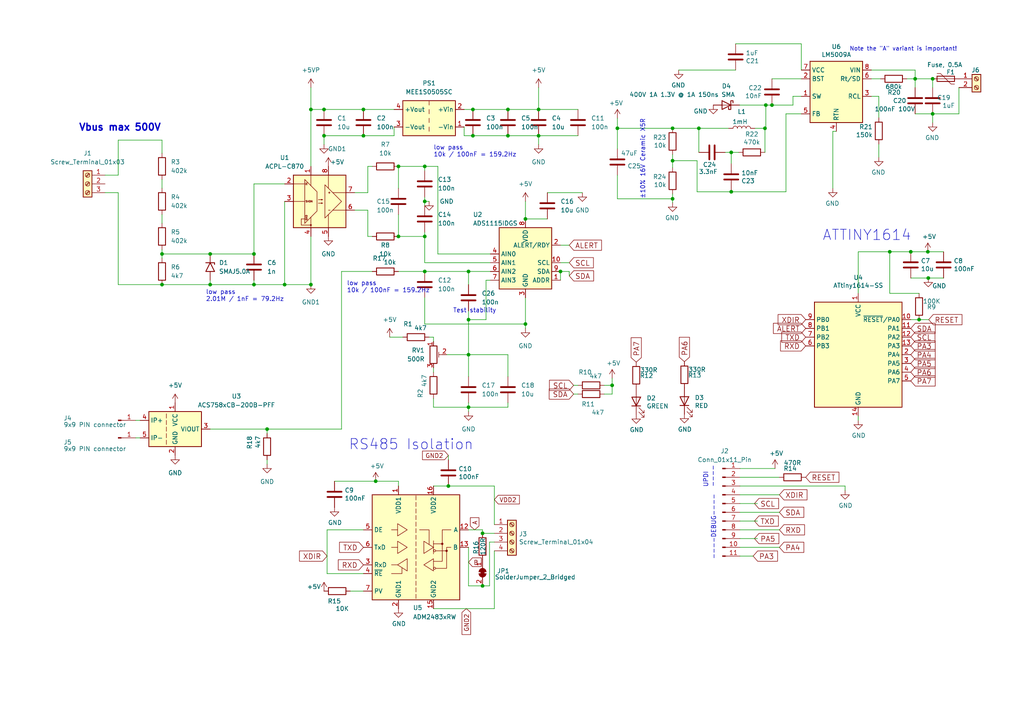
<source format=kicad_sch>
(kicad_sch (version 20231120) (generator "eeschema") (generator_version "8.0")
  (paper "A4")
  (junction (at 147.32 31.75))
  (junction (at 222.123 30.48))
  (junction (at 195.072 37.211))
  (junction (at 162.56 78.74))
  (junction (at 115.57 48.26))
  (junction (at 46.99 73.66))
  (junction (at 93.98 39.37))
  (junction (at 123.19 48.26))
  (junction (at 60.96 73.66))
  (junction (at 195.072 57.658))
  (junction (at 90.17 82.55))
  (junction (at 179.07 37.211))
  (junction (at 123.19 68.58))
  (junction (at 82.55 82.55))
  (junction (at 221.869 37.211))
  (junction (at 270.51 22.86))
  (junction (at 60.96 82.55))
  (junction (at 177.546 111.76))
  (junction (at 195.072 46.609))
  (junction (at 269.24 80.645))
  (junction (at 266.573 92.71))
  (junction (at 73.66 73.66))
  (junction (at 156.21 39.37))
  (junction (at 269.113 73.025))
  (junction (at 152.4 93.98))
  (junction (at 135.89 118.11))
  (junction (at 147.32 39.37))
  (junction (at 202.692 37.211))
  (junction (at 156.21 31.75))
  (junction (at 135.89 78.74))
  (junction (at 264.16 73.025))
  (junction (at 212.09 55.626))
  (junction (at 46.99 82.55))
  (junction (at 139.954 154.686))
  (junction (at 265.43 22.86))
  (junction (at 137.16 39.37))
  (junction (at 135.89 92.71))
  (junction (at 223.901 30.48))
  (junction (at 73.66 82.55))
  (junction (at 130.048 140.97))
  (junction (at 115.57 68.58))
  (junction (at 108.966 139.573))
  (junction (at 212.09 44.196))
  (junction (at 258.064 73.025))
  (junction (at 152.4 63.5))
  (junction (at 77.47 124.46))
  (junction (at 139.954 169.926))
  (junction (at 90.17 31.75))
  (junction (at 105.41 31.75))
  (junction (at 137.16 31.75))
  (junction (at 105.41 39.37))
  (junction (at 123.19 58.42))
  (junction (at 135.89 102.87))
  (junction (at 123.19 78.74))
  (junction (at 93.98 31.75))
  (junction (at 270.51 33.02))
  (wire (pts (xy 46.99 62.23) (xy 46.99 64.77)))
  (wire (pts (xy 135.89 90.17) (xy 135.89 92.71)))
  (wire (pts (xy 214.63 143.51) (xy 226.06 143.51)))
  (wire (pts (xy 135.89 116.84) (xy 135.89 118.11)))
  (wire (pts (xy 60.96 82.55) (xy 73.66 82.55)))
  (wire (pts (xy 73.66 81.28) (xy 73.66 82.55)))
  (wire (pts (xy 106.68 48.26) (xy 106.68 55.88)))
  (wire (pts (xy 82.55 58.42) (xy 82.55 82.55)))
  (wire (pts (xy 179.07 37.211) (xy 195.072 37.211)))
  (wire (pts (xy 130.048 140.97) (xy 143.383 140.97)))
  (wire (pts (xy 241.554 38.1) (xy 242.57 38.1)))
  (wire (pts (xy 252.73 20.32) (xy 265.43 20.32)))
  (wire (pts (xy 264.16 80.645) (xy 269.24 80.645)))
  (wire (pts (xy 156.21 31.75) (xy 167.64 31.75)))
  (wire (pts (xy 114.3 36.83) (xy 114.3 39.37)))
  (wire (pts (xy 278.13 25.4) (xy 278.13 33.02)))
  (wire (pts (xy 106.68 60.96) (xy 102.87 60.96)))
  (wire (pts (xy 152.4 58.42) (xy 152.4 63.5)))
  (wire (pts (xy 97.028 139.573) (xy 108.966 139.573)))
  (wire (pts (xy 162.56 76.2) (xy 165.1 76.2)))
  (wire (pts (xy 125.73 107.95) (xy 125.73 106.68)))
  (wire (pts (xy 269.113 73.025) (xy 264.16 73.025)))
  (wire (pts (xy 73.66 73.66) (xy 73.66 53.34)))
  (wire (pts (xy 105.41 153.67) (xy 94.869 153.67)))
  (wire (pts (xy 265.43 20.32) (xy 265.43 22.86)))
  (wire (pts (xy 105.41 39.37) (xy 93.98 39.37)))
  (wire (pts (xy 77.47 133.35) (xy 77.47 134.62)))
  (wire (pts (xy 39.37 127) (xy 40.64 127)))
  (wire (pts (xy 265.43 22.86) (xy 270.51 22.86)))
  (wire (pts (xy 143.383 140.97) (xy 143.383 152.146)))
  (wire (pts (xy 46.99 72.39) (xy 46.99 73.66)))
  (wire (pts (xy 221.869 37.211) (xy 218.948 37.211)))
  (wire (pts (xy 214.63 146.05) (xy 219.71 146.05)))
  (wire (pts (xy 202.184 55.626) (xy 202.184 46.609)))
  (wire (pts (xy 127 48.26) (xy 127 73.66)))
  (wire (pts (xy 212.09 44.196) (xy 210.312 44.196)))
  (wire (pts (xy 245.11 142.24) (xy 245.11 140.97)))
  (wire (pts (xy 147.32 102.87) (xy 147.32 109.22)))
  (wire (pts (xy 46.99 52.07) (xy 46.99 54.61)))
  (wire (pts (xy 82.55 82.55) (xy 90.17 82.55)))
  (wire (pts (xy 162.56 78.74) (xy 162.56 81.28)))
  (wire (pts (xy 232.41 22.86) (xy 223.901 22.86)))
  (wire (pts (xy 135.89 153.67) (xy 139.954 153.67)))
  (wire (pts (xy 179.07 50.8) (xy 179.07 57.658)))
  (wire (pts (xy 127 73.66) (xy 142.24 73.66)))
  (wire (pts (xy 232.41 12.7) (xy 232.41 20.32)))
  (wire (pts (xy 90.17 82.55) (xy 90.17 68.58)))
  (wire (pts (xy 106.68 55.88) (xy 102.87 55.88)))
  (wire (pts (xy 123.19 67.31) (xy 123.19 68.58)))
  (wire (pts (xy 115.57 62.23) (xy 115.57 68.58)))
  (wire (pts (xy 90.17 25.4) (xy 90.17 31.75)))
  (wire (pts (xy 152.4 93.98) (xy 152.4 95.25)))
  (wire (pts (xy 202.692 37.211) (xy 202.692 44.196)))
  (wire (pts (xy 113.03 97.79) (xy 116.84 97.79)))
  (wire (pts (xy 222.123 30.48) (xy 223.901 30.48)))
  (wire (pts (xy 269.24 80.645) (xy 273.685 80.645)))
  (wire (pts (xy 115.57 48.26) (xy 123.19 48.26)))
  (wire (pts (xy 134.62 31.75) (xy 137.16 31.75)))
  (wire (pts (xy 214.63 148.59) (xy 226.06 148.59)))
  (wire (pts (xy 134.62 36.83) (xy 134.62 39.37)))
  (wire (pts (xy 123.19 49.53) (xy 123.19 48.26)))
  (wire (pts (xy 115.57 139.573) (xy 115.57 140.97)))
  (wire (pts (xy 90.17 31.75) (xy 90.17 48.26)))
  (wire (pts (xy 60.96 73.66) (xy 73.66 73.66)))
  (wire (pts (xy 135.89 118.11) (xy 135.89 119.38)))
  (wire (pts (xy 140.97 81.28) (xy 142.24 81.28)))
  (wire (pts (xy 158.75 55.88) (xy 168.91 55.88)))
  (wire (pts (xy 212.09 55.626) (xy 212.09 55.118)))
  (wire (pts (xy 179.07 57.658) (xy 195.072 57.658)))
  (wire (pts (xy 129.54 102.87) (xy 135.89 102.87)))
  (wire (pts (xy 141.986 169.926) (xy 141.986 157.226)))
  (wire (pts (xy 211.328 37.211) (xy 202.692 37.211)))
  (wire (pts (xy 248.92 73.025) (xy 258.064 73.025)))
  (wire (pts (xy 143.383 159.766) (xy 143.383 176.53)))
  (wire (pts (xy 93.98 39.37) (xy 93.98 41.91)))
  (wire (pts (xy 73.66 82.55) (xy 82.55 82.55)))
  (wire (pts (xy 73.66 53.34) (xy 82.55 53.34)))
  (wire (pts (xy 195.072 56.261) (xy 195.072 57.658)))
  (wire (pts (xy 123.19 57.15) (xy 123.19 58.42)))
  (wire (pts (xy 214.63 135.89) (xy 224.79 135.89)))
  (wire (pts (xy 137.16 31.75) (xy 147.32 31.75)))
  (wire (pts (xy 135.89 169.926) (xy 139.954 169.926)))
  (wire (pts (xy 166.37 111.76) (xy 167.64 111.76)))
  (wire (pts (xy 106.68 48.26) (xy 107.95 48.26)))
  (wire (pts (xy 273.685 73.025) (xy 269.113 73.025)))
  (wire (pts (xy 90.17 31.75) (xy 93.98 31.75)))
  (wire (pts (xy 123.19 58.42) (xy 124.46 58.42)))
  (wire (pts (xy 202.184 46.609) (xy 195.072 46.609)))
  (wire (pts (xy 195.072 37.211) (xy 202.692 37.211)))
  (wire (pts (xy 222.123 30.48) (xy 222.123 37.211)))
  (wire (pts (xy 179.07 34.29) (xy 179.07 37.211)))
  (wire (pts (xy 147.32 39.37) (xy 156.21 39.37)))
  (wire (pts (xy 214.63 153.67) (xy 226.06 153.67)))
  (wire (pts (xy 270.51 25.4) (xy 270.51 22.86)))
  (wire (pts (xy 229.997 30.48) (xy 223.901 30.48)))
  (wire (pts (xy 165.1 78.74) (xy 165.1 80.01)))
  (wire (pts (xy 227.965 55.626) (xy 212.09 55.626)))
  (wire (pts (xy 46.99 73.66) (xy 46.99 74.93)))
  (wire (pts (xy 214.63 151.13) (xy 219.71 151.13)))
  (wire (pts (xy 248.92 73.025) (xy 248.92 85.09)))
  (wire (pts (xy 123.19 93.98) (xy 152.4 93.98)))
  (wire (pts (xy 167.64 114.3) (xy 166.37 114.3)))
  (wire (pts (xy 34.29 55.88) (xy 34.29 82.55)))
  (wire (pts (xy 137.16 39.37) (xy 147.32 39.37)))
  (wire (pts (xy 106.68 68.58) (xy 107.95 68.58)))
  (wire (pts (xy 214.63 161.29) (xy 218.44 161.29)))
  (wire (pts (xy 229.997 27.94) (xy 229.997 30.48)))
  (wire (pts (xy 156.21 39.37) (xy 167.64 39.37)))
  (wire (pts (xy 135.89 102.87) (xy 135.89 92.71)))
  (wire (pts (xy 123.19 78.74) (xy 135.89 78.74)))
  (wire (pts (xy 147.32 118.11) (xy 135.89 118.11)))
  (wire (pts (xy 177.546 111.76) (xy 177.546 109.728)))
  (wire (pts (xy 139.954 154.686) (xy 143.383 154.686)))
  (wire (pts (xy 156.21 31.75) (xy 156.21 25.4)))
  (wire (pts (xy 94.869 153.67) (xy 94.869 166.37)))
  (wire (pts (xy 258.064 73.025) (xy 264.16 73.025)))
  (wire (pts (xy 125.73 97.79) (xy 125.73 99.06)))
  (wire (pts (xy 99.06 124.46) (xy 77.47 124.46)))
  (wire (pts (xy 254.889 41.783) (xy 254.889 45.593)))
  (wire (pts (xy 34.29 40.64) (xy 46.99 40.64)))
  (wire (pts (xy 195.072 57.658) (xy 195.072 58.801)))
  (wire (pts (xy 34.29 40.64) (xy 34.29 50.8)))
  (wire (pts (xy 46.99 82.55) (xy 34.29 82.55)))
  (wire (pts (xy 115.57 48.26) (xy 115.57 54.61)))
  (wire (pts (xy 99.06 78.74) (xy 99.06 124.46)))
  (wire (pts (xy 152.4 86.36) (xy 152.4 93.98)))
  (wire (pts (xy 214.249 44.196) (xy 212.09 44.196)))
  (wire (pts (xy 123.19 58.42) (xy 123.19 59.69)))
  (wire (pts (xy 105.41 39.37) (xy 114.3 39.37)))
  (wire (pts (xy 248.92 121.92) (xy 248.92 120.65)))
  (wire (pts (xy 123.19 86.36) (xy 123.19 93.98)))
  (wire (pts (xy 135.89 92.71) (xy 140.97 92.71)))
  (wire (pts (xy 139.954 153.67) (xy 139.954 154.686)))
  (wire (pts (xy 135.89 78.74) (xy 142.24 78.74)))
  (wire (pts (xy 125.73 140.97) (xy 130.048 140.97)))
  (wire (pts (xy 125.73 118.11) (xy 135.89 118.11)))
  (wire (pts (xy 265.43 33.02) (xy 270.51 33.02)))
  (wire (pts (xy 46.99 73.66) (xy 60.96 73.66)))
  (wire (pts (xy 195.072 46.609) (xy 195.072 48.641)))
  (wire (pts (xy 212.09 55.626) (xy 202.184 55.626)))
  (wire (pts (xy 270.51 35.56) (xy 270.51 33.02)))
  (wire (pts (xy 175.26 114.3) (xy 177.546 114.3)))
  (wire (pts (xy 162.56 78.74) (xy 165.1 78.74)))
  (wire (pts (xy 195.072 44.831) (xy 195.072 46.609)))
  (wire (pts (xy 214.503 30.48) (xy 222.123 30.48)))
  (wire (pts (xy 77.47 124.46) (xy 77.47 125.73)))
  (wire (pts (xy 135.89 102.87) (xy 147.32 102.87)))
  (wire (pts (xy 162.56 71.12) (xy 165.1 71.12)))
  (wire (pts (xy 115.57 68.58) (xy 123.19 68.58)))
  (wire (pts (xy 139.954 169.926) (xy 141.986 169.926)))
  (wire (pts (xy 46.99 40.64) (xy 46.99 44.45)))
  (wire (pts (xy 101.6 171.45) (xy 105.41 171.45)))
  (wire (pts (xy 135.89 102.87) (xy 135.89 109.22)))
  (wire (pts (xy 265.43 25.4) (xy 265.43 22.86)))
  (wire (pts (xy 227.965 33.02) (xy 227.965 55.626)))
  (wire (pts (xy 135.89 158.75) (xy 135.89 169.926)))
  (wire (pts (xy 141.986 157.226) (xy 143.383 157.226)))
  (wire (pts (xy 152.4 63.5) (xy 158.75 63.5)))
  (wire (pts (xy 214.63 140.97) (xy 245.11 140.97)))
  (wire (pts (xy 107.95 78.74) (xy 99.06 78.74)))
  (wire (pts (xy 214.63 138.43) (xy 226.06 138.43)))
  (wire (pts (xy 214.63 158.75) (xy 226.06 158.75)))
  (wire (pts (xy 254.889 27.94) (xy 254.889 34.163)))
  (wire (pts (xy 123.19 48.26) (xy 127 48.26)))
  (wire (pts (xy 278.13 33.02) (xy 270.51 33.02)))
  (wire (pts (xy 177.546 114.3) (xy 177.546 111.76)))
  (wire (pts (xy 123.19 68.58) (xy 123.19 76.2)))
  (wire (pts (xy 241.554 54.61) (xy 241.554 38.1)))
  (wire (pts (xy 143.383 176.53) (xy 125.73 176.53)))
  (wire (pts (xy 30.48 50.8) (xy 34.29 50.8)))
  (wire (pts (xy 147.32 31.75) (xy 156.21 31.75)))
  (wire (pts (xy 94.869 166.37) (xy 105.41 166.37)))
  (wire (pts (xy 266.573 92.71) (xy 269.367 92.71)))
  (wire (pts (xy 264.16 92.71) (xy 266.573 92.71)))
  (wire (pts (xy 108.966 139.573) (xy 115.57 139.573)))
  (wire (pts (xy 125.73 115.57) (xy 125.73 118.11)))
  (wire (pts (xy 232.41 27.94) (xy 229.997 27.94)))
  (wire (pts (xy 196.85 20.32) (xy 213.36 20.32)))
  (wire (pts (xy 123.19 76.2) (xy 142.24 76.2)))
  (wire (pts (xy 175.26 111.76) (xy 177.546 111.76)))
  (wire (pts (xy 46.99 82.55) (xy 60.96 82.55)))
  (wire (pts (xy 222.123 37.211) (xy 221.869 37.211)))
  (wire (pts (xy 212.09 47.498) (xy 212.09 44.196)))
  (wire (pts (xy 60.96 81.28) (xy 60.96 82.55)))
  (wire (pts (xy 214.63 156.21) (xy 219.71 156.21)))
  (wire (pts (xy 30.48 55.88) (xy 34.29 55.88)))
  (wire (pts (xy 124.46 97.79) (xy 125.73 97.79)))
  (wire (pts (xy 213.36 12.7) (xy 232.41 12.7)))
  (wire (pts (xy 221.869 44.196) (xy 221.869 37.211)))
  (wire (pts (xy 258.064 85.09) (xy 266.573 85.09)))
  (wire (pts (xy 130.048 132.08) (xy 130.048 133.35)))
  (wire (pts (xy 255.397 22.86) (xy 252.73 22.86)))
  (wire (pts (xy 77.47 124.46) (xy 60.96 124.46)))
  (wire (pts (xy 179.07 43.18) (xy 179.07 37.211)))
  (wire (pts (xy 258.064 73.025) (xy 258.064 85.09)))
  (wire (pts (xy 147.32 116.84) (xy 147.32 118.11)))
  (wire (pts (xy 105.41 31.75) (xy 114.3 31.75)))
  (wire (pts (xy 135.89 78.74) (xy 135.89 82.55)))
  (wire (pts (xy 115.57 78.74) (xy 123.19 78.74)))
  (wire (pts (xy 93.98 31.75) (xy 105.41 31.75)))
  (wire (pts (xy 252.73 27.94) (xy 254.889 27.94)))
  (wire (pts (xy 156.21 39.37) (xy 156.21 41.91)))
  (wire (pts (xy 106.68 68.58) (xy 106.68 60.96)))
  (wire (pts (xy 39.37 121.92) (xy 40.64 121.92)))
  (wire (pts (xy 134.62 39.37) (xy 137.16 39.37)))
  (wire (pts (xy 232.41 33.02) (xy 227.965 33.02)))
  (wire (pts (xy 265.43 22.86) (xy 263.017 22.86)))
  (wire (pts (xy 140.97 92.71) (xy 140.97 81.28)))
  (text "Test stability" (at 137.668 90.17 0) (effects (font (size 1.27 1.27))))
  (text "low pass\n10k / 100nF = 159.2Hz" (at 125.73 45.72 0) (effects (font (size 1.27 1.27)) (justify left bottom)))
  (text "Vbus max 500V" (at 34.798 37.084 0) (effects (font (size 2 2) (thickness 0.4) (bold yes))))
  (text "RS485 Isolation" (at 101.092 130.81 0) (effects (font (size 2.9972 2.9972)) (justify left bottom)))
  (text "----DEBUG----" (at 207.01 152.908 90) (effects (font (size 1.27 1.27))))
  (text "±10% 16V Ceramic X5R" (at 187.198 57.912 90) (effects (font (size 1.27 1.27)) (justify left bottom)))
  (text "ATTINY1614" (at 238.506 70.104 0) (effects (font (size 2.9972 2.9972)) (justify left bottom)))
  (text "low pass\n10k / 100nF = 159.2Hz" (at 100.584 85.09 0) (effects (font (size 1.27 1.27)) (justify left bottom)))
  (text "UPDI\n----" (at 207.518 141.478 90) (effects (font (size 1.27 1.27)) (justify left bottom)))
  (text "low pass\n2.01M / 1nF = 79.2Hz" (at 59.69 87.63 0) (effects (font (size 1.27 1.27)) (justify left bottom)))
  (text "Note the \"A\" variant is important!" (at 277.622 14.986 0) (effects (font (size 1.1938 1.1938)) (justify right bottom)))
  (global_label "A" (shape input) (at 137.668 153.67 90) (property "Intersheetrefs" "${INTERSHEET_REFS}" (effects (hide yes))))
  (global_label "GND2" (shape input) (at 135.255 176.53 270) (property "Intersheetrefs" "${INTERSHEET_REFS}" (effects (hide yes))))
  (global_label "PA3" (shape input) (at 218.44 161.29 0) (effects (font (size 1.4986 1.4986))) (property "Intersheetrefs" "${INTERSHEET_REFS}" (effects (hide yes))))
  (global_label "PA5" (shape input) (at 218.821 156.21 0) (effects (font (size 1.4986 1.4986))) (property "Intersheetrefs" "${INTERSHEET_REFS}" (effects (hide yes))))
  (global_label "PA5" (shape input) (at 264.16 105.41 0) (effects (font (size 1.4986 1.4986))) (property "Intersheetrefs" "${INTERSHEET_REFS}" (effects (hide yes))))
  (global_label "RXD" (shape input) (at 233.68 100.33 180) (effects (font (size 1.4986 1.4986))) (property "Intersheetrefs" "${INTERSHEET_REFS}" (effects (hide yes))))
  (global_label "TXD" (shape input) (at 233.68 97.79 180) (effects (font (size 1.4986 1.4986))) (property "Intersheetrefs" "${INTERSHEET_REFS}" (effects (hide yes))))
  (global_label "XDIR" (shape input) (at 233.68 92.71 180) (effects (font (size 1.4986 1.4986))) (property "Intersheetrefs" "${INTERSHEET_REFS}" (effects (hide yes))))
  (global_label "RESET" (shape input) (at 269.367 92.71 0) (effects (font (size 1.4986 1.4986))) (property "Intersheetrefs" "${INTERSHEET_REFS}" (effects (hide yes))))
  (global_label "SCL" (shape input) (at 166.37 111.76 180) (effects (font (size 1.4986 1.4986))) (property "Intersheetrefs" "${INTERSHEET_REFS}" (effects (hide yes))))
  (global_label "B" (shape input) (at 135.89 163.068 0) (property "Intersheetrefs" "${INTERSHEET_REFS}" (effects (hide yes))))
  (global_label "PA6" (shape input) (at 198.501 104.902 90) (effects (font (size 1.4986 1.4986))) (property "Intersheetrefs" "${INTERSHEET_REFS}" (effects (hide yes))))
  (global_label "PA7" (shape input) (at 264.16 110.49 0) (effects (font (size 1.4986 1.4986))) (property "Intersheetrefs" "${INTERSHEET_REFS}" (effects (hide yes))))
  (global_label "TXD" (shape input) (at 218.821 151.13 0) (effects (font (size 1.4986 1.4986))) (property "Intersheetrefs" "${INTERSHEET_REFS}" (effects (hide yes))))
  (global_label "PA4" (shape input) (at 264.16 102.87 0) (effects (font (size 1.4986 1.4986))) (property "Intersheetrefs" "${INTERSHEET_REFS}" (effects (hide yes))))
  (global_label "PA7" (shape input) (at 184.531 105.029 90) (effects (font (size 1.4986 1.4986))) (property "Intersheetrefs" "${INTERSHEET_REFS}" (effects (hide yes))))
  (global_label "XDIR" (shape input) (at 226.06 143.51 0) (effects (font (size 1.4986 1.4986))) (property "Intersheetrefs" "${INTERSHEET_REFS}" (effects (hide yes))))
  (global_label "SCL" (shape input) (at 264.16 97.79 0) (effects (font (size 1.4986 1.4986))) (property "Intersheetrefs" "${INTERSHEET_REFS}" (effects (hide yes))))
  (global_label "RXD" (shape input) (at 226.06 153.67 0) (effects (font (size 1.4986 1.4986))) (property "Intersheetrefs" "${INTERSHEET_REFS}" (effects (hide yes))))
  (global_label "PA4" (shape input) (at 226.06 158.75 0) (effects (font (size 1.4986 1.4986))) (property "Intersheetrefs" "${INTERSHEET_REFS}" (effects (hide yes))))
  (global_label "VDD2" (shape input) (at 143.383 144.907 0) (property "Intersheetrefs" "${INTERSHEET_REFS}" (effects (hide yes))))
  (global_label "SCL" (shape input) (at 165.1 76.2 0) (effects (font (size 1.4986 1.4986))) (property "Intersheetrefs" "${INTERSHEET_REFS}" (effects (hide yes))))
  (global_label "PA3" (shape input) (at 264.16 100.33 0) (effects (font (size 1.4986 1.4986))) (property "Intersheetrefs" "${INTERSHEET_REFS}" (effects (hide yes))))
  (global_label "SDA" (shape input) (at 264.16 95.25 0) (effects (font (size 1.4986 1.4986))) (property "Intersheetrefs" "${INTERSHEET_REFS}" (effects (hide yes))))
  (global_label "GND2" (shape input) (at 130.048 132.08 180) (property "Intersheetrefs" "${INTERSHEET_REFS}" (effects (hide yes))))
  (global_label "XDIR" (shape input) (at 94.869 161.29 180) (effects (font (size 1.4986 1.4986))) (property "Intersheetrefs" "${INTERSHEET_REFS}" (effects (hide yes))))
  (global_label "SCL" (shape input) (at 218.821 146.05 0) (effects (font (size 1.4986 1.4986))) (property "Intersheetrefs" "${INTERSHEET_REFS}" (effects (hide yes))))
  (global_label "RXD" (shape input) (at 105.41 163.83 180) (effects (font (size 1.4986 1.4986))) (property "Intersheetrefs" "${INTERSHEET_REFS}" (effects (hide yes))))
  (global_label "RESET" (shape input) (at 233.68 138.43 0) (effects (font (size 1.4986 1.4986))) (property "Intersheetrefs" "${INTERSHEET_REFS}" (effects (hide yes))))
  (global_label "ALERT" (shape input) (at 233.68 95.25 180) (effects (font (size 1.4986 1.4986))) (property "Intersheetrefs" "${INTERSHEET_REFS}" (effects (hide yes))))
  (global_label "PA6" (shape input) (at 264.16 107.95 0) (effects (font (size 1.4986 1.4986))) (property "Intersheetrefs" "${INTERSHEET_REFS}" (effects (hide yes))))
  (global_label "ALERT" (shape input) (at 165.1 71.12 0) (effects (font (size 1.4986 1.4986))) (property "Intersheetrefs" "${INTERSHEET_REFS}" (effects (hide yes))))
  (global_label "SDA" (shape input) (at 166.37 114.3 180) (effects (font (size 1.4986 1.4986))) (property "Intersheetrefs" "${INTERSHEET_REFS}" (effects (hide yes))))
  (global_label "TXD" (shape input) (at 105.41 158.75 180) (effects (font (size 1.4986 1.4986))) (property "Intersheetrefs" "${INTERSHEET_REFS}" (effects (hide yes))))
  (global_label "SDA" (shape input) (at 226.06 148.59 0) (effects (font (size 1.4986 1.4986))) (property "Intersheetrefs" "${INTERSHEET_REFS}" (effects (hide yes))))
  (global_label "SDA" (shape input) (at 165.1 80.01 0) (effects (font (size 1.4986 1.4986))) (property "Intersheetrefs" "${INTERSHEET_REFS}" (effects (hide yes))))
  (symbol (lib_id "CurrentShuntCircuit-rescue:GND-power") (at 241.554 54.61 0) (mirror y) (unit 1)
    (property "Reference" "#PWR033" (effects (hide yes)))
    (property "Value" "GND" (at 241.427 59.0042 0))
  )
  (symbol (lib_id "Device:C") (at 273.685 76.835 0) (unit 1)
    (property "Reference" "C8" (at 276.606 75.6666 0) (effects (justify left)))
    (property "Value" "100nF" (at 276.606 77.978 0) (effects (justify left)))
    (property "Footprint" "Capacitor_SMD:C_0805_2012Metric" (effects (hide yes)))
    (property "LCSCStockCode" "C49678" (effects (hide yes)))
    (property "PartNumber" "CC0805KRX7R9BB104" (effects (hide yes)))
  )
  (symbol (lib_id "Device:C") (at 105.41 35.56 0) (unit 1)
    (property "Reference" "C2" (at 109.22 34.29 0) (effects (justify left)))
    (property "Value" "100n" (at 109.22 36.83 0) (effects (justify left)))
    (property "Footprint" "Capacitor_SMD:C_0805_2012Metric" (effects (hide yes)))
    (property "LCSCStockCode" "C49678 " (effects (hide yes)))
    (property "PartNumber" "CC0805KRX7R9BB104" (effects (hide yes)))
  )
  (symbol (lib_id "CurrentShuntLib:LM5009A") (at 242.57 25.4 0) (mirror y) (unit 1)
    (property "Reference" "U6" (at 242.57 13.5382 0))
    (property "Value" "LM5009A" (at 242.57 15.8496 0))
    (property "Footprint" "Package_SO:MSOP-8_3x3mm_P0.65mm" (effects (hide yes)))
    (property "Datasheet" "https://www.ti.com/lit/ds/symlink/lm5009a.pdf" (effects (hide yes)))
    (property "PartNumber" "LM5009AMMX/NOPB" (effects (hide yes)))
    (property "LCSCStockCode" "C477978" (effects (hide yes)))
  )
  (symbol (lib_id "Device:R") (at 139.954 158.496 180) (unit 1)
    (property "Reference" "R16" (at 138.049 156.845 90) (effects (justify left)))
    (property "Value" "120R" (at 140.081 155.956 90) (effects (justify left)))
    (property "Footprint" "Resistor_SMD:R_0805_2012Metric" (effects (hide yes)))
    (property "LCSCStockCode" "C17437" (effects (hide yes)))
    (property "PartNumber" "0805W8F1200T5E" (effects (hide yes)))
  )
  (symbol (lib_id "Device:C") (at 123.19 82.55 0) (unit 1)
    (property "Reference" "C12" (at 127 81.28 0) (effects (justify left)))
    (property "Value" "100n" (at 127 83.82 0) (effects (justify left)))
    (property "Footprint" "Capacitor_SMD:C_0805_2012Metric" (effects (hide yes)))
    (property "LCSCStockCode" "C49678 " (effects (hide yes)))
    (property "PartNumber" " CC0805KRX7R9BB104" (effects (hide yes)))
  )
  (symbol (lib_id "Isolator_Analog:ACPL-C870") (at 92.71 58.42 0) (unit 1)
    (property "Reference" "U1" (at 82.55 45.72 0))
    (property "Value" "ACPL-C870" (at 82.55 48.26 0))
    (property "Footprint" "Package_SO:SSO-8_6.8x5.9mm_P1.27mm_Clearance8mm" (effects (hide yes)))
    (property "Datasheet" "www.avagotech.com/docs/AV02-3563EN" (effects (hide yes)))
    (property "LCSCStockCode" "C1346335" (effects (hide yes)))
    (property "PartNumber" "ACPL-C870-000E" (effects (hide yes)))
  )
  (symbol (lib_id "Device:C") (at 270.51 29.21 0) (mirror y) (unit 1)
    (property "Reference" "C19" (at 275.717 28.321 0) (effects (justify left)))
    (property "Value" "1uF" (at 276.987 30.607 0) (effects (justify left)))
    (property "Footprint" "Capacitor_SMD:C_1206_3216Metric" (effects (hide yes)))
    (property "Datasheet" "https://datasheet.lcsc.com/szlcsc/Samsung-Electro-Mechanics-CL31B105KCHNNNE_C13832.pdf" (effects (hide yes)))
    (property "PartNumber" "CL31B105KCHNNNE" (effects (hide yes)))
    (property "LCSCStockCode" "C13832" (effects (hide yes)))
  )
  (symbol (lib_id "Device:R") (at 111.76 68.58 90) (unit 1)
    (property "Reference" "R8" (at 111.76 71.12 90))
    (property "Value" "10k" (at 111.76 73.66 90))
    (property "Footprint" "Resistor_SMD:R_0805_2012Metric" (effects (hide yes)))
    (property "LCSCStockCode" "C17414" (effects (hide yes)))
    (property "PartNumber" "0805W8F1002T5E" (effects (hide yes)))
  )
  (symbol (lib_id "power:GND") (at 135.89 119.38 0) (unit 1)
    (property "Reference" "#PWR027" (effects (hide yes)))
    (property "Value" "GND" (at 135.89 124.46 0))
  )
  (symbol (lib_id "MCU_Microchip_ATtiny:ATtiny1614-SS") (at 248.92 102.87 0) (unit 1)
    (property "Reference" "U4" (at 248.92 80.4926 0))
    (property "Value" "ATtiny1614-SS" (at 248.92 82.804 0))
    (property "Footprint" "Package_SO:SOIC-14_3.9x8.7mm_P1.27mm" (effects (hide yes)))
    (property "Datasheet" "http://ww1.microchip.com/downloads/en/DeviceDoc/ATtiny1614-data-sheet-40001995A.pdf" (effects (hide yes)))
    (property "PartNumber" "ATTINY1614-SSNR" (effects (hide yes)))
    (property "LCSCStockCode" "C481364" (effects (hide yes)))
  )
  (symbol (lib_id "power:GND1") (at 90.17 82.55 0) (unit 1)
    (property "Reference" "#PWR01" (effects (hide yes)))
    (property "Value" "GND1" (at 90.17 87.63 0))
  )
  (symbol (lib_id "power:GND") (at 50.8 132.08 0) (unit 1)
    (property "Reference" "#PWR024" (effects (hide yes)))
    (property "Value" "GND" (at 50.8 137.16 0))
  )
  (symbol (lib_id "power:GND") (at 95.25 68.58 0) (unit 1)
    (property "Reference" "#PWR09" (effects (hide yes)))
    (property "Value" "GND" (at 95.25 73.66 0))
  )
  (symbol (lib_id "Device:R") (at 266.573 88.9 180) (unit 1)
    (property "Reference" "R9" (at 271.526 89.027 0) (effects (justify left)))
    (property "Value" "100K" (at 272.796 87.376 0) (effects (justify left)))
    (property "Footprint" "Resistor_SMD:R_0805_2012Metric" (effects (hide yes)))
    (property "LCSCStockCode" "C103905" (effects (hide yes)))
  )
  (symbol (lib_id "Converter_DCDC:MEE1S0505SC") (at 124.46 34.29 0) (mirror y) (unit 1)
    (property "Reference" "PS1" (at 124.46 24.13 0))
    (property "Value" "MEE1S0505SC" (at 124.46 26.67 0))
    (property "Footprint" "Converter_DCDC:Converter_DCDC_Murata_MEE1SxxxxSC_THT" (effects (hide yes)))
    (property "Datasheet" "https://power.murata.com/pub/data/power/ncl/kdc_mee1.pdf" (effects (hide yes)))
    (property "LCSCStockCode" "C5183119" (effects (hide yes)))
  )
  (symbol (lib_id "Device:C") (at 130.048 137.16 0) (unit 1)
    (property "Reference" "C10" (at 132.969 135.9916 0) (effects (justify left)))
    (property "Value" "100nF" (at 132.969 138.303 0) (effects (justify left)))
    (property "Footprint" "Capacitor_SMD:C_0805_2012Metric" (effects (hide yes)))
    (property "LCSCStockCode" "C49678" (effects (hide yes)))
    (property "PartNumber" "CC0805KRX7R9BB104" (effects (hide yes)))
  )
  (symbol (lib_id "Device:C") (at 123.19 63.5 180) (unit 1)
    (property "Reference" "C14" (at 127 62.23 0) (effects (justify right)))
    (property "Value" "100n" (at 127 64.77 0) (effects (justify right)))
    (property "Footprint" "Capacitor_SMD:C_0805_2012Metric" (effects (hide yes)))
    (property "LCSCStockCode" "C49678 " (effects (hide yes)))
    (property "PartNumber" "CC0805KRX7R9BB104" (effects (hide yes)))
  )
  (symbol (lib_id "power:+5V") (at 113.03 97.79 0) (unit 1)
    (property "Reference" "#PWR028" (effects (hide yes)))
    (property "Value" "+5V" (at 113.03 92.71 0))
  )
  (symbol (lib_id "Device:R") (at 120.65 97.79 270) (unit 1)
    (property "Reference" "R1" (at 116.967 93.98 90) (effects (justify left)))
    (property "Value" "4k7" (at 120.142 95.123 90) (effects (justify left)))
    (property "Footprint" "Resistor_SMD:R_0805_2012Metric" (effects (hide yes)))
    (property "LCSCStockCode" "C17673" (effects (hide yes)))
    (property "PartNumber" "0805W8F4701T5E" (effects (hide yes)))
  )
  (symbol (lib_id "Device:R") (at 259.207 22.86 270) (mirror x) (unit 1)
    (property "Reference" "R20" (at 259.334 26.797 90))
    (property "Value" "680k" (at 259.207 25.146 90))
    (property "Footprint" "Resistor_SMD:R_0805_2012Metric" (effects (hide yes)))
    (property "PartNumber" "0805W8F6803T5E" (effects (hide yes)))
    (property "LCSCStockCode" "C17797" (effects (hide yes)))
  )
  (symbol (lib_id "power:GND") (at 168.91 55.88 0) (unit 1)
    (property "Reference" "#PWR025" (effects (hide yes)))
    (property "Value" "GND" (at 168.91 60.96 0))
  )
  (symbol (lib_id "Device:Polyfuse") (at 274.32 22.86 90) (mirror x) (unit 1)
    (property "Reference" "F1" (at 276.987 20.955 90) (effects (justify left)))
    (property "Value" "Fuse, 0.5A" (at 279.146 18.796 90) (effects (justify left)))
    (property "Footprint" "Fuse:Fuse_1210_3225Metric" (effects (hide yes)))
    (property "Datasheet" "https://www.lcsc.com/datasheet/lcsc_datasheet_2008122036_Jinrui-Electronic-Materials-Co--JK-SMD1210-050-30V_C720079.pdf" (effects (hide yes)))
    (property "LCSCStockCode" "C720079" (effects (hide yes)))
    (property "PartNumber" "JK-SMD1210-050-30V" (effects (hide yes)))
  )
  (symbol (lib_id "Device:L") (at 215.138 37.211 270) (mirror x) (unit 1)
    (property "Reference" "L1" (at 215.138 32.385 90))
    (property "Value" "1mH" (at 214.63 35.306 90))
    (property "Footprint" "Inductor_SMD:L_TDK_SLF7045" (effects (hide yes)))
    (property "LCSCStockCode" "C91523" (effects (hide yes)))
    (property "PartNumber" "SLF7045T-102MR14-PF" (effects (hide yes)))
  )
  (symbol (lib_id "Device:C") (at 97.028 143.383 0) (unit 1)
    (property "Reference" "C9" (at 99.949 142.2146 0) (effects (justify left)))
    (property "Value" "100nF" (at 99.949 144.526 0) (effects (justify left)))
    (property "Footprint" "Capacitor_SMD:C_0805_2012Metric" (effects (hide yes)))
    (property "LCSCStockCode" "C49678" (effects (hide yes)))
    (property "PartNumber" "CC0805KRX7R9BB104" (effects (hide yes)))
  )
  (symbol (lib_id "Device:C") (at 135.89 113.03 0) (unit 1)
    (property "Reference" "C17" (at 139.7 111.76 0) (effects (justify left)))
    (property "Value" "100n" (at 139.7 114.3 0) (effects (justify left)))
    (property "Footprint" "Capacitor_SMD:C_0805_2012Metric" (effects (hide yes)))
    (property "LCSCStockCode" "C49678 " (effects (hide yes)))
    (property "PartNumber" " CC0805KRX7R9BB104" (effects (hide yes)))
  )
  (symbol (lib_id "Device:R") (at 46.99 58.42 0) (unit 1)
    (property "Reference" "R4" (at 49.53 57.15 0) (effects (justify left)))
    (property "Value" "402k" (at 49.53 59.69 0) (effects (justify left)))
    (property "Footprint" "PP:PP | R_MELF_MMB-0207 | 0805 Compatible" (effects (hide yes)))
    (property "LCSCStockCode" "C205375 " (effects (hide yes)))
    (property "PartNumber" "CR1206-FX-4023ELF" (effects (hide yes)))
  )
  (symbol (lib_id "Device:C") (at 212.09 51.308 0) (mirror x) (unit 1)
    (property "Reference" "C23" (at 215.011 52.4764 0) (effects (justify left)))
    (property "Value" "10nF" (at 215.011 50.165 0) (effects (justify left)))
    (property "Footprint" "Capacitor_SMD:C_0805_2012Metric" (effects (hide yes)))
    (property "LCSCStockCode" "C1710" (effects (hide yes)))
    (property "PartNumber" "CL21B103KBANNNC" (effects (hide yes)))
  )
  (symbol (lib_id "power:+5V") (at 156.21 25.4 0) (unit 1)
    (property "Reference" "#PWR04" (effects (hide yes)))
    (property "Value" "+5V" (at 156.21 20.32 0))
  )
  (symbol (lib_id "Device:R") (at 77.47 129.54 0) (unit 1)
    (property "Reference" "R18" (at 72.39 130.302 90) (effects (justify left)))
    (property "Value" "4k7" (at 74.803 130.048 90) (effects (justify left)))
    (property "Footprint" "Resistor_SMD:R_0805_2012Metric" (effects (hide yes)))
    (property "LCSCStockCode" "C17673" (effects (hide yes)))
    (property "PartNumber" "0805W8F4701T5E" (effects (hide yes)))
  )
  (symbol (lib_id "Connector:Screw_Terminal_01x04") (at 148.463 154.686 0) (unit 1)
    (property "Reference" "J3" (at 150.495 154.8892 0) (effects (justify left)))
    (property "Value" "Screw_Terminal_01x04" (at 150.495 157.2006 0) (effects (justify left)))
    (property "Footprint" "Connector_Phoenix_MC:PhoenixContact_MC_1,5_4-G-3.5_1x04_P3.50mm_Horizontal" (effects (hide yes)))
    (property "LCSCStockCode" "C7245_C7244" (effects (hide yes)))
  )
  (symbol (lib_id "power:GND1") (at 93.98 41.91 0) (unit 1)
    (property "Reference" "#PWR03" (effects (hide yes)))
    (property "Value" "GND1" (at 97.79 43.18 0))
  )
  (symbol (lib_id "Analog_ADC:ADS1115IDGS") (at 152.4 76.2 0) (unit 1)
    (property "Reference" "U2" (at 137.16 62.23 0) (effects (justify left)))
    (property "Value" "ADS1115IDGS" (at 137.16 64.77 0) (effects (justify left)))
    (property "Footprint" "Package_SO:TSSOP-10_3x3mm_P0.5mm" (effects (hide yes)))
    (property "Datasheet" "http://www.ti.com/lit/ds/symlink/ads1113.pdf" (effects (hide yes)))
    (property "LCSCStockCode" "C37593" (effects (hide yes)))
    (property "PartNumber" "ADS1115IDGSR" (effects (hide yes)))
  )
  (symbol (lib_id "Device:C") (at 223.901 26.67 0) (mirror y) (unit 1)
    (property "Reference" "C22" (at 220.98 25.5016 0) (effects (justify left)))
    (property "Value" "10nF" (at 220.98 27.813 0) (effects (justify left)))
    (property "Footprint" "Capacitor_SMD:C_0805_2012Metric" (effects (hide yes)))
    (property "LCSCStockCode" "C1710" (effects (hide yes)))
    (property "PartNumber" "CL21B103KBANNNC" (effects (hide yes)))
  )
  (symbol (lib_id "power:GND") (at 156.21 41.91 0) (unit 1)
    (property "Reference" "#PWR05" (effects (hide yes)))
    (property "Value" "GND" (at 156.21 46.99 0))
  )
  (symbol (lib_id "Device:LED") (at 198.501 116.332 90) (unit 1)
    (property "Reference" "D3" (at 201.4982 115.3414 90) (effects (justify right)))
    (property "Value" "RED" (at 201.4982 117.6528 90) (effects (justify right)))
    (property "Footprint" "LED_SMD:LED_0805_2012Metric" (effects (hide yes)))
    (property "LCSCStockCode" "C84256" (effects (hide yes)))
  )
  (symbol (lib_id "Device:R") (at 229.87 138.43 90) (unit 1)
    (property "Reference" "R14" (at 231.14 135.89 90) (effects (justify left)))
    (property "Value" "470R" (at 232.41 134.239 90) (effects (justify left)))
    (property "Footprint" "Resistor_SMD:R_0805_2012Metric" (effects (hide yes)))
    (property "LCSCStockCode" "C17710" (effects (hide yes)))
    (property "PartNumber" "0805W8F4700T5E" (effects (hide yes)))
  )
  (symbol (lib_id "CurrentShuntCircuit-rescue:+5V-power") (at 179.07 34.29 0) (mirror y) (unit 1)
    (property "Reference" "#PWR037" (effects (hide yes)))
    (property "Value" "+5V" (at 178.689 29.8958 0))
  )
  (symbol (lib_id "power:+5V") (at 95.25 48.26 0) (unit 1)
    (property "Reference" "#PWR08" (effects (hide yes)))
    (property "Value" "+5V" (at 97.79 46.99 0))
  )
  (symbol (lib_id "power:GND") (at 269.24 80.645 0) (unit 1)
    (property "Reference" "#PWR012" (effects (hide yes)))
    (property "Value" "GND" (at 272.415 82.931 0))
  )
  (symbol (lib_id "Device:R") (at 111.76 48.26 90) (unit 1)
    (property "Reference" "R7" (at 111.76 41.91 90))
    (property "Value" "10k" (at 111.76 44.45 90))
    (property "Footprint" "Resistor_SMD:R_0805_2012Metric" (effects (hide yes)))
    (property "LCSCStockCode" "C17414" (effects (hide yes)))
    (property "PartNumber" "0805W8F1002T5E" (effects (hide yes)))
  )
  (symbol (lib_id "Connector:Conn_01x01_Pin") (at 34.29 121.92 0) (mirror x) (unit 1)
    (property "Reference" "J4" (at 18.415 121.285 0) (effects (justify left)))
    (property "Value" "9x9 PIN connector" (at 18.415 123.19 0) (effects (justify left)))
    (property "Footprint" "TerminalBlock_Wuerth:Wuerth_REDCUBE-THR_WP-THRBU_74650194_THR" (effects (hide yes)))
  )
  (symbol (lib_id "CurrentShuntCircuit-rescue:GND-power") (at 206.883 30.48 0) (mirror y) (unit 1)
    (property "Reference" "#PWR035" (effects (hide yes)))
    (property "Value" "GND" (at 203.2 32.258 0))
  )
  (symbol (lib_id "Device:C") (at 213.36 16.51 0) (mirror x) (unit 1)
    (property "Reference" "C21" (at 216.281 17.6784 0) (effects (justify left)))
    (property "Value" "1uF" (at 216.281 15.367 0) (effects (justify left)))
    (property "Footprint" "Capacitor_SMD:C_0805_2012Metric" (effects (hide yes)))
    (property "PartNumber" "CL21B105KBFNNNE" (effects (hide yes)))
    (property "LCSCStockCode" "C28323" (effects (hide yes)))
  )
  (symbol (lib_id "Connector:Screw_Terminal_01x02") (at 283.21 22.86 0) (unit 1)
    (property "Reference" "J6" (at 282.956 20.32 0))
    (property "Value" "Screw_Terminal_01x02" (effects (hide yes)))
    (property "Footprint" "Connector_Phoenix_MC:PhoenixContact_MC_1,5_2-G-3.81_1x02_P3.81mm_Horizontal" (effects (hide yes)))
    (property "LCSCStockCode" "C8387_C8466" (effects (hide yes)))
  )
  (symbol (lib_id "power:+5VP") (at 90.17 25.4 0) (unit 1)
    (property "Reference" "#PWR02" (effects (hide yes)))
    (property "Value" "+5VP" (at 90.17 20.32 0))
  )
  (symbol (lib_id "Device:R") (at 171.45 114.3 270) (unit 1)
    (property "Reference" "R11" (at 168.656 117.221 90) (effects (justify left)))
    (property "Value" "4k7" (at 171.577 119.634 90) (effects (justify left)))
    (property "Footprint" "Resistor_SMD:R_0805_2012Metric" (effects (hide yes)))
    (property "LCSCStockCode" "C17673" (effects (hide yes)))
    (property "PartNumber" "0805W8F4701T5E" (effects (hide yes)))
  )
  (symbol (lib_id "Device:C") (at 73.66 77.47 0) (unit 1)
    (property "Reference" "C6" (at 77.47 76.2 0) (effects (justify left)))
    (property "Value" "1n" (at 77.47 78.74 0) (effects (justify left)))
    (property "Footprint" "Capacitor_SMD:C_0805_2012Metric" (effects (hide yes)))
    (property "LCSCStockCode" "C46653 " (effects (hide yes)))
    (property "PartNumber" "CL21B102KBCNNNC" (effects (hide yes)))
  )
  (symbol (lib_id "CurrentShuntCircuit-rescue:GND-power") (at 195.072 58.801 0) (mirror y) (unit 1)
    (property "Reference" "#PWR036" (effects (hide yes)))
    (property "Value" "GND" (at 194.945 63.1952 0))
  )
  (symbol (lib_id "Sensor_Current:ACS758xCB-200B-PFF") (at 50.8 124.46 0) (unit 1)
    (property "Reference" "U3" (at 68.58 114.935 0))
    (property "Value" "ACS758xCB-200B-PFF" (at 68.58 117.475 0))
    (property "Footprint" "Sensor_Current:Allegro_CB_PFF" (effects (hide yes)))
    (property "Datasheet" "http://www.allegromicro.com/~/media/Files/Datasheets/ACS758-Datasheet.ashx?la=en" (effects (hide yes)))
    (property "LCSCStockCode" "C163288" (effects (hide yes)))
    (property "PartNumber" "ACS758ECB-200B-PFF-T" (effects (hide yes)))
  )
  (symbol (lib_id "power:+5V") (at 224.79 135.89 0) (unit 1)
    (property "Reference" "#PWR016" (effects (hide yes)))
    (property "Value" "+5V" (at 225.171 131.4958 0))
  )
  (symbol (lib_id "Device:C") (at 206.502 44.196 90) (mirror x) (unit 1)
    (property "Reference" "C24" (at 207.772 47.752 90) (effects (justify left)))
    (property "Value" "3.3nF" (at 208.153 49.784 90) (effects (justify left)))
    (property "Footprint" "Capacitor_SMD:C_0805_2012Metric" (effects (hide yes)))
    (property "LCSCStockCode" "C53175" (effects (hide yes)))
    (property "PartNumber" "CL21B332KBANNNC" (effects (hide yes)))
  )
  (symbol (lib_id "Device:R") (at 198.501 108.712 180) (unit 1)
    (property "Reference" "R13" (at 203.454 108.839 0) (effects (justify left)))
    (property "Value" "330R" (at 204.724 107.188 0) (effects (justify left)))
    (property "Footprint" "Resistor_SMD:R_0805_2012Metric" (effects (hide yes)))
    (property "LCSCStockCode" "C17630" (effects (hide yes)))
    (property "PartNumber" "0805W8F3300T5E" (effects (hide yes)))
  )
  (symbol (lib_id "Connector:Conn_01x01_Pin") (at 34.29 127 0) (mirror x) (unit 1)
    (property "Reference" "J5" (at 18.415 128.27 0) (effects (justify left)))
    (property "Value" "9x9 PIN connector" (at 18.415 130.175 0) (effects (justify left)))
    (property "Description" "TerminalBlock_Wuerth:Wuerth_REDCUBE-THR_WP-THRBU_74650194_THR" (effects (hide yes)))
  )
  (symbol (lib_id "Connector:Conn_01x11_Pin") (at 209.55 148.59 0) (unit 1)
    (property "Reference" "J2" (at 210.185 130.81 0))
    (property "Value" "Conn_01x11_Pin" (at 210.185 133.35 0))
    (property "Footprint" "Connector_PinHeader_2.54mm:PinHeader_1x11_P2.54mm_Vertical" (effects (hide yes)))
    (property "Description" "Generic connector, single row, 01x11, script generated" (effects (hide yes)))
  )
  (symbol (lib_id "power:GND") (at 198.501 120.142 0) (unit 1)
    (property "Reference" "#PWR015" (effects (hide yes)))
    (property "Value" "GND" (at 198.628 124.5362 0))
  )
  (symbol (lib_id "Device:D_Schottky") (at 210.693 30.48 0) (mirror y) (unit 1)
    (property "Reference" "D4" (at 210.693 24.9682 0))
    (property "Value" "400V 1A 1.3V @ 1A 150ns SMA" (at 197.866 27.432 0))
    (property "Footprint" "Diode_SMD:D_SMA" (effects (hide yes)))
    (property "Datasheet" "https://datasheet.lcsc.com/szlcsc/1810170425_Diodes-Incorporated-RS1G-13-F_C85103.pdf" (effects (hide yes)))
    (property "LCSCStockCode" "C85103" (effects (hide yes)))
    (property "PartNumber" "RS1G-13-F" (effects (hide yes)))
  )
  (symbol (lib_id "Device:R") (at 97.79 171.45 90) (unit 1)
    (property "Reference" "R15" (at 98.933 174.371 90) (effects (justify left)))
    (property "Value" "10K" (at 101.219 176.53 90) (effects (justify left)))
    (property "Footprint" "Resistor_SMD:R_0805_2012Metric" (effects (hide yes)))
    (property "LCSCStockCode" "C17414" (effects (hide yes)))
    (property "PartNumber" "0805W8F1002T5E" (effects (hide yes)))
  )
  (symbol (lib_id "power:GND") (at 124.46 58.42 0) (unit 1)
    (property "Reference" "#PWR026" (effects (hide yes)))
    (property "Value" "GND" (at 129.54 58.42 0))
  )
  (symbol (lib_id "Device:R") (at 218.059 44.196 270) (mirror x) (unit 1)
    (property "Reference" "R22" (at 218.059 38.9382 90))
    (property "Value" "470k" (at 218.059 41.2496 90))
    (property "Footprint" "Resistor_SMD:R_0805_2012Metric" (effects (hide yes)))
    (property "LCSCStockCode" "C17709" (effects (hide yes)))
    (property "PartNumber" "0805W8F4703T5E" (effects (hide yes)))
  )
  (symbol (lib_id "Device:R_Potentiometer_Trim") (at 125.73 102.87 0) (unit 1)
    (property "Reference" "RV1" (at 123.19 101.5999 0) (effects (justify right)))
    (property "Value" "500R" (at 123.19 104.1399 0) (effects (justify right)))
    (property "Footprint" "Potentiometer_THT:Potentiometer_Bourns_3296W_Vertical" (effects (hide yes)))
    (property "LCSCStockCode" "C69564" (effects (hide yes)))
    (property "PartNumber" " 3296W-1-501LF" (effects (hide yes)))
  )
  (symbol (lib_id "power:GND") (at 245.11 142.24 0) (unit 1)
    (property "Reference" "#PWR017" (effects (hide yes)))
    (property "Value" "GND" (at 245.237 146.6342 0))
  )
  (symbol (lib_id "Device:LED") (at 184.531 116.459 90) (unit 1)
    (property "Reference" "D2" (at 187.5282 115.4684 90) (effects (justify right)))
    (property "Value" "GREEN" (at 187.5282 117.7798 90) (effects (justify right)))
    (property "Footprint" "LED_SMD:LED_0805_2012Metric" (effects (hide yes)))
    (property "LCSCStockCode" "C2297" (effects (hide yes)))
  )
  (symbol (lib_id "Device:R") (at 46.99 48.26 0) (unit 1)
    (property "Reference" "R3" (at 49.53 46.99 0) (effects (justify left)))
    (property "Value" "402k" (at 49.53 49.53 0) (effects (justify left)))
    (property "Footprint" "PP:PP | R_MELF_MMB-0207 | 0805 Compatible" (effects (hide yes)))
    (property "LCSCStockCode" "C205375 " (effects (hide yes)))
    (property "PartNumber" "CR1206-FX-4023ELF" (effects (hide yes)))
  )
  (symbol (lib_id "Device:C") (at 137.16 35.56 0) (unit 1)
    (property "Reference" "C3" (at 140.97 34.29 0) (effects (justify left)))
    (property "Value" "100n" (at 140.97 36.83 0) (effects (justify left)))
    (property "Footprint" "Capacitor_SMD:C_0805_2012Metric" (effects (hide yes)))
    (property "LCSCStockCode" "C49678 " (effects (hide yes)))
    (property "PartNumber" "CC0805KRX7R9BB104" (effects (hide yes)))
  )
  (symbol (lib_id "Device:C") (at 147.32 35.56 0) (unit 1)
    (property "Reference" "C5" (at 151.13 34.29 0) (effects (justify left)))
    (property "Value" "100n" (at 151.13 36.83 0) (effects (justify left)))
    (property "Footprint" "Capacitor_SMD:C_0805_2012Metric" (effects (hide yes)))
    (property "LCSCStockCode" "C49678 " (effects (hide yes)))
    (property "PartNumber" "CC0805KRX7R9BB104" (effects (hide yes)))
  )
  (symbol (lib_id "Device:C") (at 265.43 29.21 0) (mirror y) (unit 1)
    (property "Reference" "C20" (at 262.89 29.21 0) (effects (justify left)))
    (property "Value" "100nF 100V" (at 265.43 31.623 0) (effects (justify left)))
    (property "Footprint" "Capacitor_SMD:C_0805_2012Metric" (effects (hide yes)))
    (property "Datasheet" "https://datasheet.lcsc.com/szlcsc/2008131833_KEMET-C0805C104K1RECAUTO_C696367.pdf" (effects (hide yes)))
    (property "PartNumber" "C0805C104K1RECAUTO" (effects (hide yes)))
    (property "LCSCStockCode" "C696367" (effects (hide yes)))
  )
  (symbol (lib_id "Device:C") (at 147.32 113.03 0) (unit 1)
    (property "Reference" "C18" (at 151.13 111.76 0) (effects (justify left)))
    (property "Value" "10u" (at 151.13 114.3 0) (effects (justify left)))
    (property "Footprint" "Capacitor_SMD:C_0805_2012Metric" (effects (hide yes)))
    (property "LCSCStockCode" "C2932476" (effects (hide yes)))
    (property "PartNumber" "CL21A106KBYQNNE" (effects (hide yes)))
  )
  (symbol (lib_id "Device:R") (at 46.99 78.74 0) (unit 1)
    (property "Reference" "R6" (at 49.53 77.47 0) (effects (justify left)))
    (property "Value" "4k7" (at 49.53 80.01 0) (effects (justify left)))
    (property "Footprint" "PP:PP _ R_MELF_MMB-0207 _ 0805 Compatible" (effects (hide yes)))
    (property "LCSCStockCode" "C351460 " (effects (hide yes)))
    (property "PartNumber" "PTFR1206B4K70P9" (effects (hide yes)))
  )
  (symbol (lib_id "power:GND") (at 97.028 147.193 0) (unit 1)
    (property "Reference" "#PWR020" (effects (hide yes)))
    (property "Value" "GND" (at 97.155 151.5872 0))
  )
  (symbol (lib_id "Device:C") (at 158.75 59.69 0) (unit 1)
    (property "Reference" "C16" (at 162.56 58.42 0) (effects (justify left)))
    (property "Value" "10u" (at 162.56 60.96 0) (effects (justify left)))
    (property "Footprint" "Capacitor_SMD:C_0805_2012Metric" (effects (hide yes)))
    (property "LCSCStockCode" "C2932476" (effects (hide yes)))
    (property "PartNumber" "CL21A106KBYQNNE" (effects (hide yes)))
  )
  (symbol (lib_id "Device:R") (at 184.531 108.839 180) (unit 1)
    (property "Reference" "R12" (at 189.484 108.966 0) (effects (justify left)))
    (property "Value" "330R" (at 190.754 107.315 0) (effects (justify left)))
    (property "Footprint" "Resistor_SMD:R_0805_2012Metric" (effects (hide yes)))
    (property "LCSCStockCode" "C17630" (effects (hide yes)))
    (property "PartNumber" "0805W8F3300T5E" (effects (hide yes)))
  )
  (symbol (lib_id "power:+5V") (at 108.966 139.573 0) (unit 1)
    (property "Reference" "#PWR021" (effects (hide yes)))
    (property "Value" "+5V" (at 109.347 135.1788 0))
  )
  (symbol (lib_id "power:+5V") (at 269.113 73.025 0) (unit 1)
    (property "Reference" "#PWR011" (effects (hide yes)))
    (property "Value" "+5V" (at 269.494 68.6308 0))
  )
  (symbol (lib_id "Connector:Screw_Terminal_01x03") (at 25.4 53.34 0) (mirror y) (unit 1)
    (property "Reference" "J1" (at 25.4 44.45 0))
    (property "Value" "Screw_Terminal_01x03" (at 25.4 46.99 0))
    (property "Footprint" "Connector_Phoenix_MSTB:PhoenixContact_MSTBA_2,5_3-G-5,08_1x03_P5.08mm_Horizontal" (effects (hide yes)))
    (property "Description" "Generic screw terminal, single row, 01x03, script generated (kicad-library-utils/schlib/autogen/connector/)" (effects (hide yes)))
    (property "LCSCStockCode" "C8377_C71371" (effects (hide yes)))
  )
  (symbol (lib_id "power:+5V") (at 152.4 58.42 0) (unit 1)
    (property "Reference" "#PWR06" (effects (hide yes)))
    (property "Value" "+5V" (at 152.4 53.34 0))
  )
  (symbol (lib_id "power:GND") (at 77.47 134.62 0) (unit 1)
    (property "Reference" "#PWR018" (effects (hide yes)))
    (property "Value" "GND" (at 77.47 139.7 0))
  )
  (symbol (lib_id "Device:R") (at 171.45 111.76 270) (unit 1)
    (property "Reference" "R10" (at 167.767 107.95 90) (effects (justify left)))
    (property "Value" "4k7" (at 170.942 109.093 90) (effects (justify left)))
    (property "Footprint" "Resistor_SMD:R_0805_2012Metric" (effects (hide yes)))
    (property "LCSCStockCode" "C17673" (effects (hide yes)))
    (property "PartNumber" "0805W8F4701T5E" (effects (hide yes)))
  )
  (symbol (lib_id "Device:R") (at 195.072 52.451 0) (mirror y) (unit 1)
    (property "Reference" "R24" (at 193.294 51.2826 0) (effects (justify left)))
    (property "Value" "10k" (at 193.294 53.594 0) (effects (justify left)))
    (property "Footprint" "Resistor_SMD:R_0805_2012Metric" (effects (hide yes)))
    (property "LCSCStockCode" "C17414" (effects (hide yes)))
    (property "PartNumber" "0805W8F1002T5E" (effects (hide yes)))
  )
  (symbol (lib_id "Device:C") (at 167.64 35.56 0) (unit 1)
    (property "Reference" "C11" (at 171.45 34.29 0) (effects (justify left)))
    (property "Value" "100n" (at 171.45 36.83 0) (effects (justify left)))
    (property "Footprint" "Capacitor_SMD:C_0805_2012Metric" (effects (hide yes)))
    (property "LCSCStockCode" "C49678" (effects (hide yes)))
    (property "PartNumber" "CC0805KRX7R9BB104" (effects (hide yes)))
  )
  (symbol (lib_id "power:+5V") (at 50.8 116.84 0) (unit 1)
    (property "Reference" "#PWR023" (effects (hide yes)))
    (property "Value" "+5V" (at 50.8 111.76 0))
  )
  (symbol (lib_id "Jumper:SolderJumper_2_Bridged") (at 139.954 166.116 270) (unit 1)
    (property "Reference" "JP1" (at 144.145 165.608 90) (effects (justify left)))
    (property "Value" "SolderJumper_2_Bridged" (at 143.51 167.386 90) (effects (justify left)))
    (property "Footprint" "Jumper:SolderJumper-2_P1.3mm_Bridged_Pad1.0x1.5mm" (effects (hide yes)))
  )
  (symbol (lib_id "CurrentShuntCircuit-rescue:GND-power") (at 270.51 35.56 0) (mirror y) (unit 1)
    (property "Reference" "#PWR031" (effects (hide yes)))
    (property "Value" "GND" (at 270.383 39.9542 0))
  )
  (symbol (lib_id "Device:R") (at 125.73 111.76 0) (unit 1)
    (property "Reference" "R2" (at 121.92 115.443 90) (effects (justify left)))
    (property "Value" "4k7" (at 123.063 112.268 90) (effects (justify left)))
    (property "Footprint" "Resistor_SMD:R_0805_2012Metric" (effects (hide yes)))
    (property "LCSCStockCode" "C17673" (effects (hide yes)))
    (property "PartNumber" "0805W8F4701T5E" (effects (hide yes)))
  )
  (symbol (lib_id "Device:C") (at 93.98 35.56 0) (unit 1)
    (property "Reference" "C1" (at 97.79 34.29 0) (effects (justify left)))
    (property "Value" "10u" (at 97.79 36.83 0) (effects (justify left)))
    (property "Footprint" "Capacitor_SMD:C_0805_2012Metric" (effects (hide yes)))
    (property "LCSCStockCode" "C2932476" (effects (hide yes)))
    (property "PartNumber" "CL21A106KBYQNNE" (effects (hide yes)))
  )
  (symbol (lib_id "power:+5V") (at 177.546 109.728 0) (unit 1)
    (property "Reference" "#PWR013" (effects (hide yes)))
    (property "Value" "+5V" (at 177.927 105.3338 0))
  )
  (symbol (lib_id "Device:C") (at 264.16 76.835 0) (unit 1)
    (property "Reference" "C7" (at 267.081 75.6666 0) (effects (justify left)))
    (property "Value" "10u" (at 267.081 77.978 0) (effects (justify left)))
    (property "Footprint" "Capacitor_SMD:C_0805_2012Metric" (effects (hide yes)))
    (property "LCSCStockCode" "C2932476" (effects (hide yes)))
    (property "PartNumber" "CL21A106KBYQNNE" (effects (hide yes)))
  )
  (symbol (lib_id "Device:C") (at 156.21 35.56 0) (unit 1)
    (property "Reference" "C4" (at 160.02 34.29 0) (effects (justify left)))
    (property "Value" "10u" (at 160.02 36.83 0) (effects (justify left)))
    (property "Footprint" "Capacitor_SMD:C_0805_2012Metric" (effects (hide yes)))
    (property "LCSCStockCode" "C2932476" (effects (hide yes)))
    (property "PartNumber" "CL21A106KBYQNNE" (effects (hide yes)))
  )
  (symbol (lib_id "Device:R") (at 111.76 78.74 270) (unit 1)
    (property "Reference" "R17" (at 108.077 74.93 90) (effects (justify left)))
    (property "Value" "10k" (at 111.252 76.073 90) (effects (justify left)))
    (property "Footprint" "Resistor_SMD:R_0805_2012Metric" (effects (hide yes)))
    (property "LCSCStockCode" "C17414" (effects (hide yes)))
    (property "PartNumber" "0805W8F1002T5E" (effects (hide yes)))
  )
  (symbol (lib_id "Device:C") (at 123.19 53.34 180) (unit 1)
    (property "Reference" "C13" (at 127 52.07 0) (effects (justify right)))
    (property "Value" "100n" (at 127 54.61 0) (effects (justify right)))
    (property "Footprint" "Capacitor_SMD:C_0805_2012Metric" (effects (hide yes)))
    (property "LCSCStockCode" "C49678 " (effects (hide yes)))
    (property "PartNumber" "CC0805KRX7R9BB104" (effects (hide yes)))
  )
  (symbol (lib_id "Interface_UART:ADM2483xRW") (at 120.65 158.75 0) (unit 1)
    (property "Reference" "U5" (at 119.761 176.276 0) (effects (justify left)))
    (property "Value" "ADM2483xRW" (at 119.761 178.943 0) (effects (justify left)))
    (property "Footprint" "Package_SO:SOIC-16W_7.5x10.3mm_P1.27mm" (effects (hide yes)))
    (property "Datasheet" "https://www.analog.com/media/en/technical-documentation/data-sheets/adm2483.pdf" (effects (hide yes)))
    (property "PartNumber" "ADM2483BRWZ-REEL" (effects (hide yes)))
    (property "LCSCStockCode" "C386280" (effects (hide yes)))
  )
  (symbol (lib_id "Device:C") (at 115.57 58.42 180) (unit 1)
    (property "Reference" "C15" (at 109.22 58.42 0) (effects (justify right)))
    (property "Value" "100n" (at 109.22 60.96 0) (effects (justify right)))
    (property "Footprint" "Capacitor_SMD:C_0805_2012Metric" (effects (hide yes)))
    (property "LCSCStockCode" "C49678 " (effects (hide yes)))
    (property "PartNumber" "CC0805KRX7R9BB104" (effects (hide yes)))
  )
  (symbol (lib_id "CurrentShuntCircuit-rescue:GND-power") (at 196.85 20.32 0) (mirror y) (unit 1)
    (property "Reference" "#PWR034" (effects (hide yes)))
    (property "Value" "GND" (at 196.723 24.7142 0))
  )
  (symbol (lib_id "power:GND") (at 248.92 121.92 0) (unit 1)
    (property "Reference" "#PWR010" (effects (hide yes)))
    (property "Value" "GND" (at 249.047 126.3142 0))
  )
  (symbol (lib_id "power:GND") (at 115.57 176.53 0) (unit 1)
    (property "Reference" "#PWR022" (effects (hide yes)))
    (property "Value" "GND" (at 115.697 180.9242 0))
  )
  (symbol (lib_id "CurrentShuntCircuit-rescue:GND-power") (at 254.889 45.593 0) (mirror y) (unit 1)
    (property "Reference" "#PWR032" (effects (hide yes)))
    (property "Value" "GND" (at 254.762 49.9872 0))
  )
  (symbol (lib_id "power:GND") (at 152.4 95.25 0) (unit 1)
    (property "Reference" "#PWR07" (effects (hide yes)))
    (property "Value" "GND" (at 152.4 100.33 0))
  )
  (symbol (lib_id "power:+5V") (at 93.98 171.45 0) (unit 1)
    (property "Reference" "#PWR019" (effects (hide yes)))
    (property "Value" "+5V" (at 91.059 170.18 0))
  )
  (symbol (lib_id "Device:R") (at 254.889 37.973 0) (mirror y) (unit 1)
    (property "Reference" "R21" (at 253.111 36.8046 0) (effects (justify left)))
    (property "Value" "150k" (at 253.111 39.116 0) (effects (justify left)))
    (property "Footprint" "Resistor_SMD:R_0805_2012Metric" (effects (hide yes)))
    (property "PartNumber" "0805W8F1503T5E" (effects (hide yes)))
    (property "LCSCStockCode" "C17470" (effects (hide yes)))
  )
  (symbol (lib_id "Device:C") (at 135.89 86.36 180) (unit 1)
    (property "Reference" "C26" (at 139.7 85.0899 0) (effects (justify right)))
    (property "Value" "100n" (at 139.7 87.6299 0) (effects (justify right)))
    (property "Footprint" "Capacitor_SMD:C_0805_2012Metric" (effects (hide yes)))
    (property "LCSCStockCode" "C49678 " (effects (hide yes)))
    (property "PartNumber" " CC0805KRX7R9BB104" (effects (hide yes)))
  )
  (symbol (lib_id "Device:R") (at 46.99 68.58 0) (unit 1)
    (property "Reference" "R5" (at 49.53 67.31 0) (effects (justify left)))
    (property "Value" "402k" (at 49.53 69.85 0) (effects (justify left)))
    (property "Footprint" "PP:PP | R_MELF_MMB-0207 | 0805 Compatible" (effects (hide yes)))
    (property "LCSCStockCode" "C205375 " (effects (hide yes)))
    (property "PartNumber" "CR1206-FX-4023ELF" (effects (hide yes)))
  )
  (symbol (lib_id "Device:R") (at 195.072 41.021 0) (mirror y) (unit 1)
    (property "Reference" "R23" (at 193.294 39.8526 0) (effects (justify left)))
    (property "Value" "10k" (at 193.294 42.164 0) (effects (justify left)))
    (property "Footprint" "Resistor_SMD:R_0805_2012Metric" (effects (hide yes)))
    (property "LCSCStockCode" "C17414" (effects (hide yes)))
    (property "PartNumber" "0805W8F1002T5E" (effects (hide yes)))
  )
  (symbol (lib_id "Diode:SMAJ5.0A") (at 60.96 77.47 270) (unit 1)
    (property "Reference" "D1" (at 63.5 76.2 90) (effects (justify left)))
    (property "Value" "SMAJ5.0A" (at 63.5 78.74 90) (effects (justify left)))
    (property "Footprint" "Diode_SMD:D_SMA" (effects (hide yes)))
    (property "Datasheet" "https://www.littelfuse.com/media?resourcetype=datasheets&itemid=75e32973-b177-4ee3-a0ff-cedaf1abdb93&filename=smaj-datasheet" (effects (hide yes)))
    (property "LCSCStockCode" "C908198 " (effects (hide yes)))
    (property "PartNumber" " SMAJ5.0A" (effects (hide yes)))
  )
  (symbol (lib_id "Device:C") (at 179.07 46.99 0) (mirror x) (unit 1)
    (property "Reference" "C25" (at 181.991 48.1584 0) (effects (justify left)))
    (property "Value" "47uF" (at 180.086 44.45 0) (effects (justify left)))
    (property "Footprint" "Capacitor_SMD:C_1210_3225Metric" (effects (hide yes)))
    (property "Datasheet" "https://search.murata.co.jp/Ceramy/image/img/A01X/G101/ENG/GRM32ER61C476KE15-01.pdf" (effects (hide yes)))
    (property "PartNumber" "GRM32ER61C476KE15L" (effects (hide yes)))
    (property "LCSCStockCode" "C77101" (effects (hide yes)))
  )
  (symbol (lib_id "power:GND") (at 184.531 120.269 0) (unit 1)
    (property "Reference" "#PWR014" (effects (hide yes)))
    (property "Value" "GND" (at 184.658 124.6632 0))
  )
)
</source>
